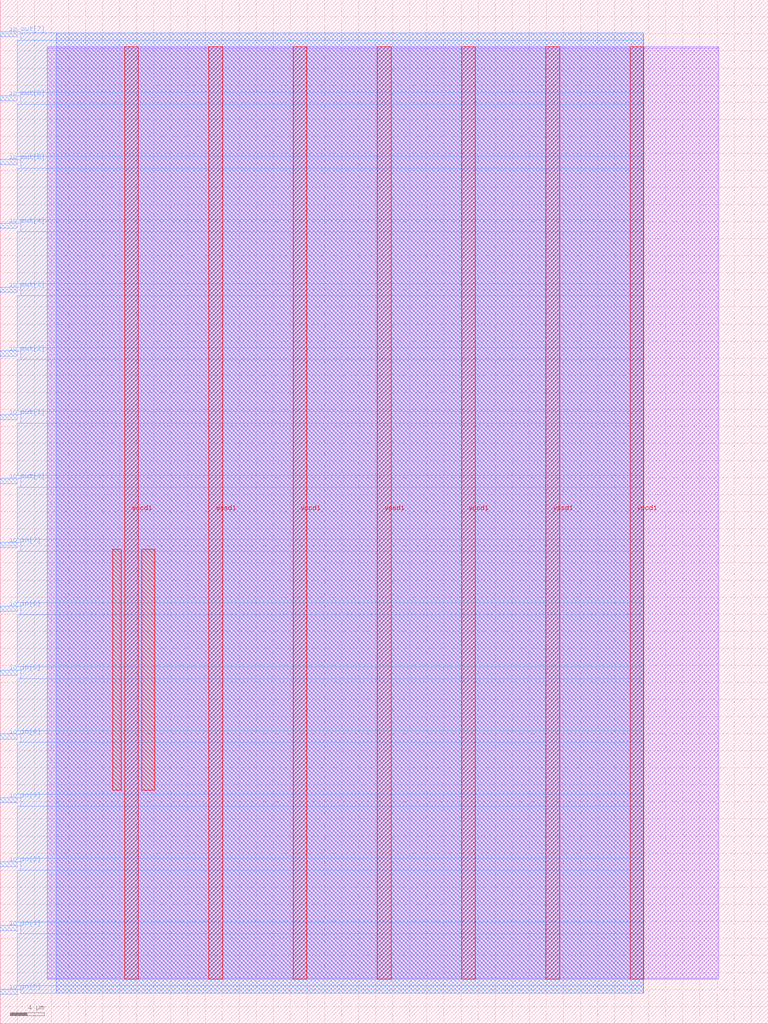
<source format=lef>
VERSION 5.7 ;
  NOWIREEXTENSIONATPIN ON ;
  DIVIDERCHAR "/" ;
  BUSBITCHARS "[]" ;
MACRO user_module_348255968419643987
  CLASS BLOCK ;
  FOREIGN user_module_348255968419643987 ;
  ORIGIN 0.000 0.000 ;
  SIZE 90.000 BY 120.000 ;
  PIN io_in[0]
    DIRECTION INPUT ;
    USE SIGNAL ;
    PORT
      LAYER met3 ;
        RECT 0.000 3.440 2.000 4.040 ;
    END
  END io_in[0]
  PIN io_in[1]
    DIRECTION INPUT ;
    USE SIGNAL ;
    PORT
      LAYER met3 ;
        RECT 0.000 10.920 2.000 11.520 ;
    END
  END io_in[1]
  PIN io_in[2]
    DIRECTION INPUT ;
    USE SIGNAL ;
    PORT
      LAYER met3 ;
        RECT 0.000 18.400 2.000 19.000 ;
    END
  END io_in[2]
  PIN io_in[3]
    DIRECTION INPUT ;
    USE SIGNAL ;
    PORT
      LAYER met3 ;
        RECT 0.000 25.880 2.000 26.480 ;
    END
  END io_in[3]
  PIN io_in[4]
    DIRECTION INPUT ;
    USE SIGNAL ;
    PORT
      LAYER met3 ;
        RECT 0.000 33.360 2.000 33.960 ;
    END
  END io_in[4]
  PIN io_in[5]
    DIRECTION INPUT ;
    USE SIGNAL ;
    PORT
      LAYER met3 ;
        RECT 0.000 40.840 2.000 41.440 ;
    END
  END io_in[5]
  PIN io_in[6]
    DIRECTION INPUT ;
    USE SIGNAL ;
    PORT
      LAYER met3 ;
        RECT 0.000 48.320 2.000 48.920 ;
    END
  END io_in[6]
  PIN io_in[7]
    DIRECTION INPUT ;
    USE SIGNAL ;
    PORT
      LAYER met3 ;
        RECT 0.000 55.800 2.000 56.400 ;
    END
  END io_in[7]
  PIN io_out[0]
    DIRECTION OUTPUT TRISTATE ;
    USE SIGNAL ;
    PORT
      LAYER met3 ;
        RECT 0.000 63.280 2.000 63.880 ;
    END
  END io_out[0]
  PIN io_out[1]
    DIRECTION OUTPUT TRISTATE ;
    USE SIGNAL ;
    PORT
      LAYER met3 ;
        RECT 0.000 70.760 2.000 71.360 ;
    END
  END io_out[1]
  PIN io_out[2]
    DIRECTION OUTPUT TRISTATE ;
    USE SIGNAL ;
    PORT
      LAYER met3 ;
        RECT 0.000 78.240 2.000 78.840 ;
    END
  END io_out[2]
  PIN io_out[3]
    DIRECTION OUTPUT TRISTATE ;
    USE SIGNAL ;
    PORT
      LAYER met3 ;
        RECT 0.000 85.720 2.000 86.320 ;
    END
  END io_out[3]
  PIN io_out[4]
    DIRECTION OUTPUT TRISTATE ;
    USE SIGNAL ;
    PORT
      LAYER met3 ;
        RECT 0.000 93.200 2.000 93.800 ;
    END
  END io_out[4]
  PIN io_out[5]
    DIRECTION OUTPUT TRISTATE ;
    USE SIGNAL ;
    PORT
      LAYER met3 ;
        RECT 0.000 100.680 2.000 101.280 ;
    END
  END io_out[5]
  PIN io_out[6]
    DIRECTION OUTPUT TRISTATE ;
    USE SIGNAL ;
    PORT
      LAYER met3 ;
        RECT 0.000 108.160 2.000 108.760 ;
    END
  END io_out[6]
  PIN io_out[7]
    DIRECTION OUTPUT TRISTATE ;
    USE SIGNAL ;
    PORT
      LAYER met3 ;
        RECT 0.000 115.640 2.000 116.240 ;
    END
  END io_out[7]
  PIN vccd1
    DIRECTION INOUT ;
    USE POWER ;
    PORT
      LAYER met4 ;
        RECT 14.590 5.200 16.190 114.480 ;
    END
    PORT
      LAYER met4 ;
        RECT 34.330 5.200 35.930 114.480 ;
    END
    PORT
      LAYER met4 ;
        RECT 54.070 5.200 55.670 114.480 ;
    END
    PORT
      LAYER met4 ;
        RECT 73.810 5.200 75.410 114.480 ;
    END
  END vccd1
  PIN vssd1
    DIRECTION INOUT ;
    USE GROUND ;
    PORT
      LAYER met4 ;
        RECT 24.460 5.200 26.060 114.480 ;
    END
    PORT
      LAYER met4 ;
        RECT 44.200 5.200 45.800 114.480 ;
    END
    PORT
      LAYER met4 ;
        RECT 63.940 5.200 65.540 114.480 ;
    END
  END vssd1
  OBS
      LAYER li1 ;
        RECT 5.520 5.355 84.180 114.325 ;
      LAYER met1 ;
        RECT 5.520 5.200 84.180 114.480 ;
      LAYER met2 ;
        RECT 6.540 3.555 75.380 116.125 ;
      LAYER met3 ;
        RECT 2.400 115.240 75.400 116.105 ;
        RECT 2.000 109.160 75.400 115.240 ;
        RECT 2.400 107.760 75.400 109.160 ;
        RECT 2.000 101.680 75.400 107.760 ;
        RECT 2.400 100.280 75.400 101.680 ;
        RECT 2.000 94.200 75.400 100.280 ;
        RECT 2.400 92.800 75.400 94.200 ;
        RECT 2.000 86.720 75.400 92.800 ;
        RECT 2.400 85.320 75.400 86.720 ;
        RECT 2.000 79.240 75.400 85.320 ;
        RECT 2.400 77.840 75.400 79.240 ;
        RECT 2.000 71.760 75.400 77.840 ;
        RECT 2.400 70.360 75.400 71.760 ;
        RECT 2.000 64.280 75.400 70.360 ;
        RECT 2.400 62.880 75.400 64.280 ;
        RECT 2.000 56.800 75.400 62.880 ;
        RECT 2.400 55.400 75.400 56.800 ;
        RECT 2.000 49.320 75.400 55.400 ;
        RECT 2.400 47.920 75.400 49.320 ;
        RECT 2.000 41.840 75.400 47.920 ;
        RECT 2.400 40.440 75.400 41.840 ;
        RECT 2.000 34.360 75.400 40.440 ;
        RECT 2.400 32.960 75.400 34.360 ;
        RECT 2.000 26.880 75.400 32.960 ;
        RECT 2.400 25.480 75.400 26.880 ;
        RECT 2.000 19.400 75.400 25.480 ;
        RECT 2.400 18.000 75.400 19.400 ;
        RECT 2.000 11.920 75.400 18.000 ;
        RECT 2.400 10.520 75.400 11.920 ;
        RECT 2.000 4.440 75.400 10.520 ;
        RECT 2.400 3.575 75.400 4.440 ;
      LAYER met4 ;
        RECT 13.175 27.375 14.190 55.585 ;
        RECT 16.590 27.375 18.105 55.585 ;
  END
END user_module_348255968419643987
END LIBRARY


</source>
